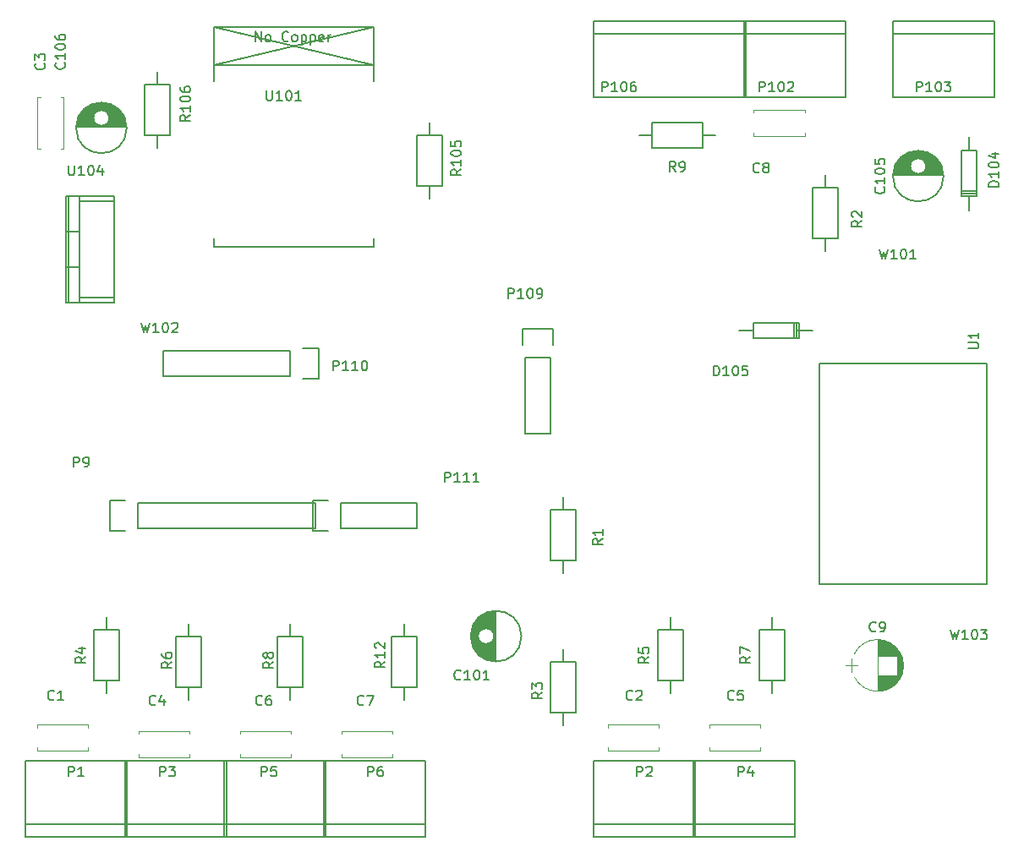
<source format=gbr>
G04 #@! TF.FileFunction,Legend,Top*
%FSLAX46Y46*%
G04 Gerber Fmt 4.6, Leading zero omitted, Abs format (unit mm)*
G04 Created by KiCad (PCBNEW 4.0.7-e2-6376~58~ubuntu16.04.1) date Fri Nov 17 11:26:19 2017*
%MOMM*%
%LPD*%
G01*
G04 APERTURE LIST*
%ADD10C,0.100000*%
%ADD11C,0.150000*%
%ADD12C,0.152400*%
%ADD13C,0.120000*%
G04 APERTURE END LIST*
D10*
D11*
X187198000Y-102108000D02*
X170434000Y-102108000D01*
X170434000Y-102108000D02*
X170434000Y-80010000D01*
X170434000Y-80010000D02*
X187198000Y-80010000D01*
X187198000Y-80010000D02*
X187198000Y-102108000D01*
X167980000Y-126140000D02*
X157820000Y-126140000D01*
X167980000Y-127410000D02*
X167980000Y-119790000D01*
X167980000Y-119790000D02*
X157820000Y-119790000D01*
X157820000Y-119790000D02*
X157820000Y-127410000D01*
X157820000Y-127410000D02*
X167980000Y-127410000D01*
X164465000Y-111760000D02*
X164465000Y-106680000D01*
X164465000Y-106680000D02*
X167005000Y-106680000D01*
X167005000Y-106680000D02*
X167005000Y-111760000D01*
X167005000Y-111760000D02*
X164465000Y-111760000D01*
X165735000Y-111760000D02*
X165735000Y-113030000D01*
X165735000Y-106680000D02*
X165735000Y-105410000D01*
X162920000Y-46960000D02*
X173080000Y-46960000D01*
X162920000Y-45690000D02*
X162920000Y-53310000D01*
X162920000Y-53310000D02*
X173080000Y-53310000D01*
X173080000Y-53310000D02*
X173080000Y-45690000D01*
X173080000Y-45690000D02*
X162920000Y-45690000D01*
X177845000Y-46985000D02*
X188005000Y-46985000D01*
X177845000Y-45715000D02*
X177845000Y-53335000D01*
X177845000Y-53335000D02*
X188005000Y-53335000D01*
X188005000Y-53335000D02*
X188005000Y-45715000D01*
X188005000Y-45715000D02*
X177845000Y-45715000D01*
X163120000Y-45715000D02*
X163120000Y-53335000D01*
X147880000Y-45715000D02*
X147880000Y-53335000D01*
X163120000Y-46985000D02*
X147880000Y-46985000D01*
X163120000Y-53335000D02*
X147880000Y-53335000D01*
X163120000Y-45715000D02*
X147880000Y-45715000D01*
X122555000Y-96520000D02*
X130175000Y-96520000D01*
X122555000Y-93980000D02*
X130175000Y-93980000D01*
X119735000Y-93700000D02*
X121285000Y-93700000D01*
X130175000Y-96520000D02*
X130175000Y-93980000D01*
X122555000Y-93980000D02*
X122555000Y-96520000D01*
X121285000Y-96800000D02*
X119735000Y-96800000D01*
X119735000Y-96800000D02*
X119735000Y-93700000D01*
X96393000Y-63754000D02*
X99822000Y-63754000D01*
X96393000Y-73406000D02*
X99822000Y-73406000D01*
X95250000Y-63246000D02*
X95250000Y-73914000D01*
X96266000Y-66802000D02*
X94996000Y-66802000D01*
X96266000Y-70358000D02*
X94996000Y-70358000D01*
X96393000Y-73914000D02*
X96393000Y-63246000D01*
X99822000Y-63246000D02*
X99822000Y-73914000D01*
X94996000Y-73914000D02*
X99822000Y-73914000D01*
X94996000Y-63246000D02*
X99822000Y-63246000D01*
X94996000Y-63246000D02*
X94996000Y-73914000D01*
D12*
X109800000Y-46300000D02*
X125800000Y-46300000D01*
X125800000Y-46300000D02*
X125800000Y-51700000D01*
X109800000Y-46300000D02*
X109800000Y-51700000D01*
X109800000Y-67500000D02*
X109800000Y-68300000D01*
X109800000Y-68300000D02*
X125800000Y-68300000D01*
X125800000Y-68300000D02*
X125800000Y-67500000D01*
X125800000Y-46300000D02*
X109800000Y-50100000D01*
X109800000Y-46300000D02*
X125800000Y-50100000D01*
X109792000Y-50100000D02*
X125792000Y-50100000D01*
D11*
X137990000Y-109814000D02*
X137990000Y-104816000D01*
X137850000Y-109806000D02*
X137850000Y-107469000D01*
X137850000Y-107161000D02*
X137850000Y-104824000D01*
X137710000Y-109790000D02*
X137710000Y-107788000D01*
X137710000Y-106842000D02*
X137710000Y-104840000D01*
X137570000Y-109766000D02*
X137570000Y-107935000D01*
X137570000Y-106695000D02*
X137570000Y-104864000D01*
X137430000Y-109733000D02*
X137430000Y-108027000D01*
X137430000Y-106603000D02*
X137430000Y-104897000D01*
X137290000Y-109692000D02*
X137290000Y-108083000D01*
X137290000Y-106547000D02*
X137290000Y-104938000D01*
X137150000Y-109642000D02*
X137150000Y-108110000D01*
X137150000Y-106520000D02*
X137150000Y-104988000D01*
X137010000Y-109581000D02*
X137010000Y-108113000D01*
X137010000Y-106517000D02*
X137010000Y-105049000D01*
X136870000Y-109511000D02*
X136870000Y-108091000D01*
X136870000Y-106539000D02*
X136870000Y-105119000D01*
X136730000Y-109429000D02*
X136730000Y-108041000D01*
X136730000Y-106589000D02*
X136730000Y-105201000D01*
X136590000Y-109334000D02*
X136590000Y-107959000D01*
X136590000Y-106671000D02*
X136590000Y-105296000D01*
X136450000Y-109223000D02*
X136450000Y-107827000D01*
X136450000Y-106803000D02*
X136450000Y-105407000D01*
X136310000Y-109095000D02*
X136310000Y-107580000D01*
X136310000Y-107050000D02*
X136310000Y-105535000D01*
X136170000Y-108946000D02*
X136170000Y-105684000D01*
X136030000Y-108767000D02*
X136030000Y-105863000D01*
X135890000Y-108548000D02*
X135890000Y-106082000D01*
X135750000Y-108259000D02*
X135750000Y-106371000D01*
X135610000Y-107787000D02*
X135610000Y-106843000D01*
X137865000Y-107315000D02*
G75*
G03X137865000Y-107315000I-800000J0D01*
G01*
X140602500Y-107315000D02*
G75*
G03X140602500Y-107315000I-2537500J0D01*
G01*
X177841000Y-61155000D02*
X182839000Y-61155000D01*
X177849000Y-61015000D02*
X180186000Y-61015000D01*
X180494000Y-61015000D02*
X182831000Y-61015000D01*
X177865000Y-60875000D02*
X179867000Y-60875000D01*
X180813000Y-60875000D02*
X182815000Y-60875000D01*
X177889000Y-60735000D02*
X179720000Y-60735000D01*
X180960000Y-60735000D02*
X182791000Y-60735000D01*
X177922000Y-60595000D02*
X179628000Y-60595000D01*
X181052000Y-60595000D02*
X182758000Y-60595000D01*
X177963000Y-60455000D02*
X179572000Y-60455000D01*
X181108000Y-60455000D02*
X182717000Y-60455000D01*
X178013000Y-60315000D02*
X179545000Y-60315000D01*
X181135000Y-60315000D02*
X182667000Y-60315000D01*
X178074000Y-60175000D02*
X179542000Y-60175000D01*
X181138000Y-60175000D02*
X182606000Y-60175000D01*
X178144000Y-60035000D02*
X179564000Y-60035000D01*
X181116000Y-60035000D02*
X182536000Y-60035000D01*
X178226000Y-59895000D02*
X179614000Y-59895000D01*
X181066000Y-59895000D02*
X182454000Y-59895000D01*
X178321000Y-59755000D02*
X179696000Y-59755000D01*
X180984000Y-59755000D02*
X182359000Y-59755000D01*
X178432000Y-59615000D02*
X179828000Y-59615000D01*
X180852000Y-59615000D02*
X182248000Y-59615000D01*
X178560000Y-59475000D02*
X180075000Y-59475000D01*
X180605000Y-59475000D02*
X182120000Y-59475000D01*
X178709000Y-59335000D02*
X181971000Y-59335000D01*
X178888000Y-59195000D02*
X181792000Y-59195000D01*
X179107000Y-59055000D02*
X181573000Y-59055000D01*
X179396000Y-58915000D02*
X181284000Y-58915000D01*
X179868000Y-58775000D02*
X180812000Y-58775000D01*
X181140000Y-60230000D02*
G75*
G03X181140000Y-60230000I-800000J0D01*
G01*
X182877500Y-61230000D02*
G75*
G03X182877500Y-61230000I-2537500J0D01*
G01*
X96053000Y-56329000D02*
X101051000Y-56329000D01*
X96061000Y-56189000D02*
X98398000Y-56189000D01*
X98706000Y-56189000D02*
X101043000Y-56189000D01*
X96077000Y-56049000D02*
X98079000Y-56049000D01*
X99025000Y-56049000D02*
X101027000Y-56049000D01*
X96101000Y-55909000D02*
X97932000Y-55909000D01*
X99172000Y-55909000D02*
X101003000Y-55909000D01*
X96134000Y-55769000D02*
X97840000Y-55769000D01*
X99264000Y-55769000D02*
X100970000Y-55769000D01*
X96175000Y-55629000D02*
X97784000Y-55629000D01*
X99320000Y-55629000D02*
X100929000Y-55629000D01*
X96225000Y-55489000D02*
X97757000Y-55489000D01*
X99347000Y-55489000D02*
X100879000Y-55489000D01*
X96286000Y-55349000D02*
X97754000Y-55349000D01*
X99350000Y-55349000D02*
X100818000Y-55349000D01*
X96356000Y-55209000D02*
X97776000Y-55209000D01*
X99328000Y-55209000D02*
X100748000Y-55209000D01*
X96438000Y-55069000D02*
X97826000Y-55069000D01*
X99278000Y-55069000D02*
X100666000Y-55069000D01*
X96533000Y-54929000D02*
X97908000Y-54929000D01*
X99196000Y-54929000D02*
X100571000Y-54929000D01*
X96644000Y-54789000D02*
X98040000Y-54789000D01*
X99064000Y-54789000D02*
X100460000Y-54789000D01*
X96772000Y-54649000D02*
X98287000Y-54649000D01*
X98817000Y-54649000D02*
X100332000Y-54649000D01*
X96921000Y-54509000D02*
X100183000Y-54509000D01*
X97100000Y-54369000D02*
X100004000Y-54369000D01*
X97319000Y-54229000D02*
X99785000Y-54229000D01*
X97608000Y-54089000D02*
X99496000Y-54089000D01*
X98080000Y-53949000D02*
X99024000Y-53949000D01*
X99352000Y-55404000D02*
G75*
G03X99352000Y-55404000I-800000J0D01*
G01*
X101089500Y-56404000D02*
G75*
G03X101089500Y-56404000I-2537500J0D01*
G01*
X185417460Y-58673480D02*
X185417460Y-57276480D01*
X185417460Y-63118480D02*
X185417460Y-64642480D01*
X184655460Y-62737480D02*
X186179460Y-62737480D01*
X184655460Y-62991480D02*
X186179460Y-62991480D01*
X185417460Y-63245480D02*
X186179460Y-63245480D01*
X186179460Y-63245480D02*
X186179460Y-58673480D01*
X186179460Y-58673480D02*
X184655460Y-58673480D01*
X184655460Y-58673480D02*
X184655460Y-63245480D01*
X184655460Y-63245480D02*
X185417460Y-63245480D01*
X163829480Y-76710540D02*
X162432480Y-76710540D01*
X168274480Y-76710540D02*
X169798480Y-76710540D01*
X167893480Y-77472540D02*
X167893480Y-75948540D01*
X168147480Y-77472540D02*
X168147480Y-75948540D01*
X168401480Y-76710540D02*
X168401480Y-75948540D01*
X168401480Y-75948540D02*
X163829480Y-75948540D01*
X163829480Y-75948540D02*
X163829480Y-77472540D01*
X163829480Y-77472540D02*
X168401480Y-77472540D01*
X168401480Y-77472540D02*
X168401480Y-76710540D01*
X101080000Y-126140000D02*
X90920000Y-126140000D01*
X101080000Y-127410000D02*
X101080000Y-119790000D01*
X101080000Y-119790000D02*
X90920000Y-119790000D01*
X90920000Y-119790000D02*
X90920000Y-127410000D01*
X90920000Y-127410000D02*
X101080000Y-127410000D01*
X157980000Y-126140000D02*
X147820000Y-126140000D01*
X157980000Y-127410000D02*
X157980000Y-119790000D01*
X157980000Y-119790000D02*
X147820000Y-119790000D01*
X147820000Y-119790000D02*
X147820000Y-127410000D01*
X147820000Y-127410000D02*
X157980000Y-127410000D01*
X111080000Y-126140000D02*
X100920000Y-126140000D01*
X111080000Y-127410000D02*
X111080000Y-119790000D01*
X111080000Y-119790000D02*
X100920000Y-119790000D01*
X100920000Y-119790000D02*
X100920000Y-127410000D01*
X100920000Y-127410000D02*
X111080000Y-127410000D01*
X120980000Y-126140000D02*
X110820000Y-126140000D01*
X120980000Y-127410000D02*
X120980000Y-119790000D01*
X120980000Y-119790000D02*
X110820000Y-119790000D01*
X110820000Y-119790000D02*
X110820000Y-127410000D01*
X110820000Y-127410000D02*
X120980000Y-127410000D01*
X130980000Y-126140000D02*
X120820000Y-126140000D01*
X130980000Y-127410000D02*
X130980000Y-119790000D01*
X130980000Y-119790000D02*
X120820000Y-119790000D01*
X120820000Y-119790000D02*
X120820000Y-127410000D01*
X120820000Y-127410000D02*
X130980000Y-127410000D01*
X102235000Y-93980000D02*
X120015000Y-93980000D01*
X120015000Y-93980000D02*
X120015000Y-96520000D01*
X120015000Y-96520000D02*
X102235000Y-96520000D01*
X99415000Y-93700000D02*
X100965000Y-93700000D01*
X102235000Y-93980000D02*
X102235000Y-96520000D01*
X100965000Y-96800000D02*
X99415000Y-96800000D01*
X99415000Y-96800000D02*
X99415000Y-93700000D01*
X140970000Y-79375000D02*
X140970000Y-86995000D01*
X143510000Y-79375000D02*
X143510000Y-86995000D01*
X143790000Y-76555000D02*
X143790000Y-78105000D01*
X140970000Y-86995000D02*
X143510000Y-86995000D01*
X143510000Y-79375000D02*
X140970000Y-79375000D01*
X140690000Y-78105000D02*
X140690000Y-76555000D01*
X140690000Y-76555000D02*
X143790000Y-76555000D01*
X117475000Y-81280000D02*
X104775000Y-81280000D01*
X104775000Y-81280000D02*
X104775000Y-78740000D01*
X104775000Y-78740000D02*
X117475000Y-78740000D01*
X120295000Y-81560000D02*
X118745000Y-81560000D01*
X117475000Y-81280000D02*
X117475000Y-78740000D01*
X118745000Y-78460000D02*
X120295000Y-78460000D01*
X120295000Y-78460000D02*
X120295000Y-81560000D01*
X146050000Y-94615000D02*
X146050000Y-99695000D01*
X146050000Y-99695000D02*
X143510000Y-99695000D01*
X143510000Y-99695000D02*
X143510000Y-94615000D01*
X143510000Y-94615000D02*
X146050000Y-94615000D01*
X144780000Y-94615000D02*
X144780000Y-93345000D01*
X144780000Y-99695000D02*
X144780000Y-100965000D01*
X169730000Y-67460000D02*
X169730000Y-62380000D01*
X169730000Y-62380000D02*
X172270000Y-62380000D01*
X172270000Y-62380000D02*
X172270000Y-67460000D01*
X172270000Y-67460000D02*
X169730000Y-67460000D01*
X171000000Y-67460000D02*
X171000000Y-68730000D01*
X171000000Y-62380000D02*
X171000000Y-61110000D01*
X146050000Y-109855000D02*
X146050000Y-114935000D01*
X146050000Y-114935000D02*
X143510000Y-114935000D01*
X143510000Y-114935000D02*
X143510000Y-109855000D01*
X143510000Y-109855000D02*
X146050000Y-109855000D01*
X144780000Y-109855000D02*
X144780000Y-108585000D01*
X144780000Y-114935000D02*
X144780000Y-116205000D01*
X154305000Y-111760000D02*
X154305000Y-106680000D01*
X154305000Y-106680000D02*
X156845000Y-106680000D01*
X156845000Y-106680000D02*
X156845000Y-111760000D01*
X156845000Y-111760000D02*
X154305000Y-111760000D01*
X155575000Y-111760000D02*
X155575000Y-113030000D01*
X155575000Y-106680000D02*
X155575000Y-105410000D01*
X106045000Y-112395000D02*
X106045000Y-107315000D01*
X106045000Y-107315000D02*
X108585000Y-107315000D01*
X108585000Y-107315000D02*
X108585000Y-112395000D01*
X108585000Y-112395000D02*
X106045000Y-112395000D01*
X107315000Y-112395000D02*
X107315000Y-113665000D01*
X107315000Y-107315000D02*
X107315000Y-106045000D01*
X116205000Y-112395000D02*
X116205000Y-107315000D01*
X116205000Y-107315000D02*
X118745000Y-107315000D01*
X118745000Y-107315000D02*
X118745000Y-112395000D01*
X118745000Y-112395000D02*
X116205000Y-112395000D01*
X117475000Y-112395000D02*
X117475000Y-113665000D01*
X117475000Y-107315000D02*
X117475000Y-106045000D01*
X153670000Y-55880000D02*
X158750000Y-55880000D01*
X158750000Y-55880000D02*
X158750000Y-58420000D01*
X158750000Y-58420000D02*
X153670000Y-58420000D01*
X153670000Y-58420000D02*
X153670000Y-55880000D01*
X153670000Y-57150000D02*
X152400000Y-57150000D01*
X158750000Y-57150000D02*
X160020000Y-57150000D01*
X130175000Y-62230000D02*
X130175000Y-57150000D01*
X130175000Y-57150000D02*
X132715000Y-57150000D01*
X132715000Y-57150000D02*
X132715000Y-62230000D01*
X132715000Y-62230000D02*
X130175000Y-62230000D01*
X131445000Y-62230000D02*
X131445000Y-63500000D01*
X131445000Y-57150000D02*
X131445000Y-55880000D01*
X102870000Y-57150000D02*
X102870000Y-52070000D01*
X102870000Y-52070000D02*
X105410000Y-52070000D01*
X105410000Y-52070000D02*
X105410000Y-57150000D01*
X105410000Y-57150000D02*
X102870000Y-57150000D01*
X104140000Y-57150000D02*
X104140000Y-58420000D01*
X104140000Y-52070000D02*
X104140000Y-50800000D01*
X97790000Y-111760000D02*
X97790000Y-106680000D01*
X97790000Y-106680000D02*
X100330000Y-106680000D01*
X100330000Y-106680000D02*
X100330000Y-111760000D01*
X100330000Y-111760000D02*
X97790000Y-111760000D01*
X99060000Y-111760000D02*
X99060000Y-113030000D01*
X99060000Y-106680000D02*
X99060000Y-105410000D01*
X127635000Y-112395000D02*
X127635000Y-107315000D01*
X127635000Y-107315000D02*
X130175000Y-107315000D01*
X130175000Y-107315000D02*
X130175000Y-112395000D01*
X130175000Y-112395000D02*
X127635000Y-112395000D01*
X128905000Y-112395000D02*
X128905000Y-113665000D01*
X128905000Y-107315000D02*
X128905000Y-106045000D01*
D13*
X97215000Y-118785000D02*
X92095000Y-118785000D01*
X97215000Y-116165000D02*
X92095000Y-116165000D01*
X97215000Y-118785000D02*
X97215000Y-118471000D01*
X97215000Y-116479000D02*
X97215000Y-116165000D01*
X92095000Y-118785000D02*
X92095000Y-118471000D01*
X92095000Y-116479000D02*
X92095000Y-116165000D01*
X154365000Y-118785000D02*
X149245000Y-118785000D01*
X154365000Y-116165000D02*
X149245000Y-116165000D01*
X154365000Y-118785000D02*
X154365000Y-118471000D01*
X154365000Y-116479000D02*
X154365000Y-116165000D01*
X149245000Y-118785000D02*
X149245000Y-118471000D01*
X149245000Y-116479000D02*
X149245000Y-116165000D01*
X92162000Y-58480000D02*
X92162000Y-53360000D01*
X94782000Y-58480000D02*
X94782000Y-53360000D01*
X92162000Y-58480000D02*
X92476000Y-58480000D01*
X94468000Y-58480000D02*
X94782000Y-58480000D01*
X92162000Y-53360000D02*
X92476000Y-53360000D01*
X94468000Y-53360000D02*
X94782000Y-53360000D01*
X107375000Y-119420000D02*
X102255000Y-119420000D01*
X107375000Y-116800000D02*
X102255000Y-116800000D01*
X107375000Y-119420000D02*
X107375000Y-119106000D01*
X107375000Y-117114000D02*
X107375000Y-116800000D01*
X102255000Y-119420000D02*
X102255000Y-119106000D01*
X102255000Y-117114000D02*
X102255000Y-116800000D01*
X164525000Y-118785000D02*
X159405000Y-118785000D01*
X164525000Y-116165000D02*
X159405000Y-116165000D01*
X164525000Y-118785000D02*
X164525000Y-118471000D01*
X164525000Y-116479000D02*
X164525000Y-116165000D01*
X159405000Y-118785000D02*
X159405000Y-118471000D01*
X159405000Y-116479000D02*
X159405000Y-116165000D01*
X117535000Y-119420000D02*
X112415000Y-119420000D01*
X117535000Y-116800000D02*
X112415000Y-116800000D01*
X117535000Y-119420000D02*
X117535000Y-119106000D01*
X117535000Y-117114000D02*
X117535000Y-116800000D01*
X112415000Y-119420000D02*
X112415000Y-119106000D01*
X112415000Y-117114000D02*
X112415000Y-116800000D01*
X127695000Y-119420000D02*
X122575000Y-119420000D01*
X127695000Y-116800000D02*
X122575000Y-116800000D01*
X127695000Y-119420000D02*
X127695000Y-119106000D01*
X127695000Y-117114000D02*
X127695000Y-116800000D01*
X122575000Y-119420000D02*
X122575000Y-119106000D01*
X122575000Y-117114000D02*
X122575000Y-116800000D01*
X168970000Y-57190000D02*
X163850000Y-57190000D01*
X168970000Y-54570000D02*
X163850000Y-54570000D01*
X168970000Y-57190000D02*
X168970000Y-56876000D01*
X168970000Y-54884000D02*
X168970000Y-54570000D01*
X163850000Y-57190000D02*
X163850000Y-56876000D01*
X163850000Y-54884000D02*
X163850000Y-54570000D01*
X178565722Y-109056277D02*
G75*
G03X173954420Y-109056000I-2305722J-1179723D01*
G01*
X178565722Y-111415723D02*
G75*
G02X173954420Y-111416000I-2305722J1179723D01*
G01*
X178565722Y-111415723D02*
G75*
G03X178565580Y-109056000I-2305722J1179723D01*
G01*
X176260000Y-107686000D02*
X176260000Y-112786000D01*
X176300000Y-107686000D02*
X176300000Y-109256000D01*
X176300000Y-111216000D02*
X176300000Y-112786000D01*
X176340000Y-107687000D02*
X176340000Y-109256000D01*
X176340000Y-111216000D02*
X176340000Y-112785000D01*
X176380000Y-107688000D02*
X176380000Y-109256000D01*
X176380000Y-111216000D02*
X176380000Y-112784000D01*
X176420000Y-107690000D02*
X176420000Y-109256000D01*
X176420000Y-111216000D02*
X176420000Y-112782000D01*
X176460000Y-107693000D02*
X176460000Y-109256000D01*
X176460000Y-111216000D02*
X176460000Y-112779000D01*
X176500000Y-107697000D02*
X176500000Y-109256000D01*
X176500000Y-111216000D02*
X176500000Y-112775000D01*
X176540000Y-107701000D02*
X176540000Y-109256000D01*
X176540000Y-111216000D02*
X176540000Y-112771000D01*
X176580000Y-107705000D02*
X176580000Y-109256000D01*
X176580000Y-111216000D02*
X176580000Y-112767000D01*
X176620000Y-107711000D02*
X176620000Y-109256000D01*
X176620000Y-111216000D02*
X176620000Y-112761000D01*
X176660000Y-107717000D02*
X176660000Y-109256000D01*
X176660000Y-111216000D02*
X176660000Y-112755000D01*
X176700000Y-107723000D02*
X176700000Y-109256000D01*
X176700000Y-111216000D02*
X176700000Y-112749000D01*
X176740000Y-107730000D02*
X176740000Y-109256000D01*
X176740000Y-111216000D02*
X176740000Y-112742000D01*
X176780000Y-107738000D02*
X176780000Y-109256000D01*
X176780000Y-111216000D02*
X176780000Y-112734000D01*
X176820000Y-107747000D02*
X176820000Y-109256000D01*
X176820000Y-111216000D02*
X176820000Y-112725000D01*
X176860000Y-107756000D02*
X176860000Y-109256000D01*
X176860000Y-111216000D02*
X176860000Y-112716000D01*
X176900000Y-107766000D02*
X176900000Y-109256000D01*
X176900000Y-111216000D02*
X176900000Y-112706000D01*
X176940000Y-107776000D02*
X176940000Y-109256000D01*
X176940000Y-111216000D02*
X176940000Y-112696000D01*
X176981000Y-107788000D02*
X176981000Y-109256000D01*
X176981000Y-111216000D02*
X176981000Y-112684000D01*
X177021000Y-107800000D02*
X177021000Y-109256000D01*
X177021000Y-111216000D02*
X177021000Y-112672000D01*
X177061000Y-107812000D02*
X177061000Y-109256000D01*
X177061000Y-111216000D02*
X177061000Y-112660000D01*
X177101000Y-107826000D02*
X177101000Y-109256000D01*
X177101000Y-111216000D02*
X177101000Y-112646000D01*
X177141000Y-107840000D02*
X177141000Y-109256000D01*
X177141000Y-111216000D02*
X177141000Y-112632000D01*
X177181000Y-107854000D02*
X177181000Y-109256000D01*
X177181000Y-111216000D02*
X177181000Y-112618000D01*
X177221000Y-107870000D02*
X177221000Y-109256000D01*
X177221000Y-111216000D02*
X177221000Y-112602000D01*
X177261000Y-107886000D02*
X177261000Y-109256000D01*
X177261000Y-111216000D02*
X177261000Y-112586000D01*
X177301000Y-107903000D02*
X177301000Y-109256000D01*
X177301000Y-111216000D02*
X177301000Y-112569000D01*
X177341000Y-107921000D02*
X177341000Y-109256000D01*
X177341000Y-111216000D02*
X177341000Y-112551000D01*
X177381000Y-107940000D02*
X177381000Y-109256000D01*
X177381000Y-111216000D02*
X177381000Y-112532000D01*
X177421000Y-107960000D02*
X177421000Y-109256000D01*
X177421000Y-111216000D02*
X177421000Y-112512000D01*
X177461000Y-107980000D02*
X177461000Y-109256000D01*
X177461000Y-111216000D02*
X177461000Y-112492000D01*
X177501000Y-108002000D02*
X177501000Y-109256000D01*
X177501000Y-111216000D02*
X177501000Y-112470000D01*
X177541000Y-108024000D02*
X177541000Y-109256000D01*
X177541000Y-111216000D02*
X177541000Y-112448000D01*
X177581000Y-108047000D02*
X177581000Y-109256000D01*
X177581000Y-111216000D02*
X177581000Y-112425000D01*
X177621000Y-108071000D02*
X177621000Y-109256000D01*
X177621000Y-111216000D02*
X177621000Y-112401000D01*
X177661000Y-108096000D02*
X177661000Y-109256000D01*
X177661000Y-111216000D02*
X177661000Y-112376000D01*
X177701000Y-108123000D02*
X177701000Y-109256000D01*
X177701000Y-111216000D02*
X177701000Y-112349000D01*
X177741000Y-108150000D02*
X177741000Y-109256000D01*
X177741000Y-111216000D02*
X177741000Y-112322000D01*
X177781000Y-108178000D02*
X177781000Y-109256000D01*
X177781000Y-111216000D02*
X177781000Y-112294000D01*
X177821000Y-108208000D02*
X177821000Y-109256000D01*
X177821000Y-111216000D02*
X177821000Y-112264000D01*
X177861000Y-108239000D02*
X177861000Y-109256000D01*
X177861000Y-111216000D02*
X177861000Y-112233000D01*
X177901000Y-108271000D02*
X177901000Y-109256000D01*
X177901000Y-111216000D02*
X177901000Y-112201000D01*
X177941000Y-108304000D02*
X177941000Y-109256000D01*
X177941000Y-111216000D02*
X177941000Y-112168000D01*
X177981000Y-108339000D02*
X177981000Y-109256000D01*
X177981000Y-111216000D02*
X177981000Y-112133000D01*
X178021000Y-108375000D02*
X178021000Y-109256000D01*
X178021000Y-111216000D02*
X178021000Y-112097000D01*
X178061000Y-108413000D02*
X178061000Y-109256000D01*
X178061000Y-111216000D02*
X178061000Y-112059000D01*
X178101000Y-108453000D02*
X178101000Y-109256000D01*
X178101000Y-111216000D02*
X178101000Y-112019000D01*
X178141000Y-108494000D02*
X178141000Y-109256000D01*
X178141000Y-111216000D02*
X178141000Y-111978000D01*
X178181000Y-108537000D02*
X178181000Y-109256000D01*
X178181000Y-111216000D02*
X178181000Y-111935000D01*
X178221000Y-108582000D02*
X178221000Y-109256000D01*
X178221000Y-111216000D02*
X178221000Y-111890000D01*
X178261000Y-108630000D02*
X178261000Y-111842000D01*
X178301000Y-108680000D02*
X178301000Y-111792000D01*
X178341000Y-108732000D02*
X178341000Y-111740000D01*
X178381000Y-108788000D02*
X178381000Y-111684000D01*
X178421000Y-108846000D02*
X178421000Y-111626000D01*
X178461000Y-108909000D02*
X178461000Y-111563000D01*
X178501000Y-108975000D02*
X178501000Y-111497000D01*
X178541000Y-109047000D02*
X178541000Y-111425000D01*
X178581000Y-109124000D02*
X178581000Y-111348000D01*
X178621000Y-109208000D02*
X178621000Y-111264000D01*
X178661000Y-109302000D02*
X178661000Y-111170000D01*
X178701000Y-109407000D02*
X178701000Y-111065000D01*
X178741000Y-109529000D02*
X178741000Y-110943000D01*
X178781000Y-109677000D02*
X178781000Y-110795000D01*
X178821000Y-109882000D02*
X178821000Y-110590000D01*
X173060000Y-110236000D02*
X174260000Y-110236000D01*
X173660000Y-109586000D02*
X173660000Y-110886000D01*
D11*
X185380381Y-78485905D02*
X186189905Y-78485905D01*
X186285143Y-78438286D01*
X186332762Y-78390667D01*
X186380381Y-78295429D01*
X186380381Y-78104952D01*
X186332762Y-78009714D01*
X186285143Y-77962095D01*
X186189905Y-77914476D01*
X185380381Y-77914476D01*
X186380381Y-76914476D02*
X186380381Y-77485905D01*
X186380381Y-77200191D02*
X185380381Y-77200191D01*
X185523238Y-77295429D01*
X185618476Y-77390667D01*
X185666095Y-77485905D01*
X162329905Y-121356381D02*
X162329905Y-120356381D01*
X162710858Y-120356381D01*
X162806096Y-120404000D01*
X162853715Y-120451619D01*
X162901334Y-120546857D01*
X162901334Y-120689714D01*
X162853715Y-120784952D01*
X162806096Y-120832571D01*
X162710858Y-120880190D01*
X162329905Y-120880190D01*
X163758477Y-120689714D02*
X163758477Y-121356381D01*
X163520381Y-120308762D02*
X163282286Y-121023048D01*
X163901334Y-121023048D01*
X163520381Y-109386666D02*
X163044190Y-109720000D01*
X163520381Y-109958095D02*
X162520381Y-109958095D01*
X162520381Y-109577142D01*
X162568000Y-109481904D01*
X162615619Y-109434285D01*
X162710857Y-109386666D01*
X162853714Y-109386666D01*
X162948952Y-109434285D01*
X162996571Y-109481904D01*
X163044190Y-109577142D01*
X163044190Y-109958095D01*
X162520381Y-109053333D02*
X162520381Y-108386666D01*
X163520381Y-108815238D01*
X164425524Y-52776381D02*
X164425524Y-51776381D01*
X164806477Y-51776381D01*
X164901715Y-51824000D01*
X164949334Y-51871619D01*
X164996953Y-51966857D01*
X164996953Y-52109714D01*
X164949334Y-52204952D01*
X164901715Y-52252571D01*
X164806477Y-52300190D01*
X164425524Y-52300190D01*
X165949334Y-52776381D02*
X165377905Y-52776381D01*
X165663619Y-52776381D02*
X165663619Y-51776381D01*
X165568381Y-51919238D01*
X165473143Y-52014476D01*
X165377905Y-52062095D01*
X166568381Y-51776381D02*
X166663620Y-51776381D01*
X166758858Y-51824000D01*
X166806477Y-51871619D01*
X166854096Y-51966857D01*
X166901715Y-52157333D01*
X166901715Y-52395429D01*
X166854096Y-52585905D01*
X166806477Y-52681143D01*
X166758858Y-52728762D01*
X166663620Y-52776381D01*
X166568381Y-52776381D01*
X166473143Y-52728762D01*
X166425524Y-52681143D01*
X166377905Y-52585905D01*
X166330286Y-52395429D01*
X166330286Y-52157333D01*
X166377905Y-51966857D01*
X166425524Y-51871619D01*
X166473143Y-51824000D01*
X166568381Y-51776381D01*
X167282667Y-51871619D02*
X167330286Y-51824000D01*
X167425524Y-51776381D01*
X167663620Y-51776381D01*
X167758858Y-51824000D01*
X167806477Y-51871619D01*
X167854096Y-51966857D01*
X167854096Y-52062095D01*
X167806477Y-52204952D01*
X167235048Y-52776381D01*
X167854096Y-52776381D01*
X180173524Y-52776381D02*
X180173524Y-51776381D01*
X180554477Y-51776381D01*
X180649715Y-51824000D01*
X180697334Y-51871619D01*
X180744953Y-51966857D01*
X180744953Y-52109714D01*
X180697334Y-52204952D01*
X180649715Y-52252571D01*
X180554477Y-52300190D01*
X180173524Y-52300190D01*
X181697334Y-52776381D02*
X181125905Y-52776381D01*
X181411619Y-52776381D02*
X181411619Y-51776381D01*
X181316381Y-51919238D01*
X181221143Y-52014476D01*
X181125905Y-52062095D01*
X182316381Y-51776381D02*
X182411620Y-51776381D01*
X182506858Y-51824000D01*
X182554477Y-51871619D01*
X182602096Y-51966857D01*
X182649715Y-52157333D01*
X182649715Y-52395429D01*
X182602096Y-52585905D01*
X182554477Y-52681143D01*
X182506858Y-52728762D01*
X182411620Y-52776381D01*
X182316381Y-52776381D01*
X182221143Y-52728762D01*
X182173524Y-52681143D01*
X182125905Y-52585905D01*
X182078286Y-52395429D01*
X182078286Y-52157333D01*
X182125905Y-51966857D01*
X182173524Y-51871619D01*
X182221143Y-51824000D01*
X182316381Y-51776381D01*
X182983048Y-51776381D02*
X183602096Y-51776381D01*
X183268762Y-52157333D01*
X183411620Y-52157333D01*
X183506858Y-52204952D01*
X183554477Y-52252571D01*
X183602096Y-52347810D01*
X183602096Y-52585905D01*
X183554477Y-52681143D01*
X183506858Y-52728762D01*
X183411620Y-52776381D01*
X183125905Y-52776381D01*
X183030667Y-52728762D01*
X182983048Y-52681143D01*
X148677524Y-52776381D02*
X148677524Y-51776381D01*
X149058477Y-51776381D01*
X149153715Y-51824000D01*
X149201334Y-51871619D01*
X149248953Y-51966857D01*
X149248953Y-52109714D01*
X149201334Y-52204952D01*
X149153715Y-52252571D01*
X149058477Y-52300190D01*
X148677524Y-52300190D01*
X150201334Y-52776381D02*
X149629905Y-52776381D01*
X149915619Y-52776381D02*
X149915619Y-51776381D01*
X149820381Y-51919238D01*
X149725143Y-52014476D01*
X149629905Y-52062095D01*
X150820381Y-51776381D02*
X150915620Y-51776381D01*
X151010858Y-51824000D01*
X151058477Y-51871619D01*
X151106096Y-51966857D01*
X151153715Y-52157333D01*
X151153715Y-52395429D01*
X151106096Y-52585905D01*
X151058477Y-52681143D01*
X151010858Y-52728762D01*
X150915620Y-52776381D01*
X150820381Y-52776381D01*
X150725143Y-52728762D01*
X150677524Y-52681143D01*
X150629905Y-52585905D01*
X150582286Y-52395429D01*
X150582286Y-52157333D01*
X150629905Y-51966857D01*
X150677524Y-51871619D01*
X150725143Y-51824000D01*
X150820381Y-51776381D01*
X152010858Y-51776381D02*
X151820381Y-51776381D01*
X151725143Y-51824000D01*
X151677524Y-51871619D01*
X151582286Y-52014476D01*
X151534667Y-52204952D01*
X151534667Y-52585905D01*
X151582286Y-52681143D01*
X151629905Y-52728762D01*
X151725143Y-52776381D01*
X151915620Y-52776381D01*
X152010858Y-52728762D01*
X152058477Y-52681143D01*
X152106096Y-52585905D01*
X152106096Y-52347810D01*
X152058477Y-52252571D01*
X152010858Y-52204952D01*
X151915620Y-52157333D01*
X151725143Y-52157333D01*
X151629905Y-52204952D01*
X151582286Y-52252571D01*
X151534667Y-52347810D01*
X132929524Y-91892381D02*
X132929524Y-90892381D01*
X133310477Y-90892381D01*
X133405715Y-90940000D01*
X133453334Y-90987619D01*
X133500953Y-91082857D01*
X133500953Y-91225714D01*
X133453334Y-91320952D01*
X133405715Y-91368571D01*
X133310477Y-91416190D01*
X132929524Y-91416190D01*
X134453334Y-91892381D02*
X133881905Y-91892381D01*
X134167619Y-91892381D02*
X134167619Y-90892381D01*
X134072381Y-91035238D01*
X133977143Y-91130476D01*
X133881905Y-91178095D01*
X135405715Y-91892381D02*
X134834286Y-91892381D01*
X135120000Y-91892381D02*
X135120000Y-90892381D01*
X135024762Y-91035238D01*
X134929524Y-91130476D01*
X134834286Y-91178095D01*
X136358096Y-91892381D02*
X135786667Y-91892381D01*
X136072381Y-91892381D02*
X136072381Y-90892381D01*
X135977143Y-91035238D01*
X135881905Y-91130476D01*
X135786667Y-91178095D01*
X95273714Y-60148381D02*
X95273714Y-60957905D01*
X95321333Y-61053143D01*
X95368952Y-61100762D01*
X95464190Y-61148381D01*
X95654667Y-61148381D01*
X95749905Y-61100762D01*
X95797524Y-61053143D01*
X95845143Y-60957905D01*
X95845143Y-60148381D01*
X96845143Y-61148381D02*
X96273714Y-61148381D01*
X96559428Y-61148381D02*
X96559428Y-60148381D01*
X96464190Y-60291238D01*
X96368952Y-60386476D01*
X96273714Y-60434095D01*
X97464190Y-60148381D02*
X97559429Y-60148381D01*
X97654667Y-60196000D01*
X97702286Y-60243619D01*
X97749905Y-60338857D01*
X97797524Y-60529333D01*
X97797524Y-60767429D01*
X97749905Y-60957905D01*
X97702286Y-61053143D01*
X97654667Y-61100762D01*
X97559429Y-61148381D01*
X97464190Y-61148381D01*
X97368952Y-61100762D01*
X97321333Y-61053143D01*
X97273714Y-60957905D01*
X97226095Y-60767429D01*
X97226095Y-60529333D01*
X97273714Y-60338857D01*
X97321333Y-60243619D01*
X97368952Y-60196000D01*
X97464190Y-60148381D01*
X98654667Y-60481714D02*
X98654667Y-61148381D01*
X98416571Y-60100762D02*
X98178476Y-60815048D01*
X98797524Y-60815048D01*
X115085714Y-52652381D02*
X115085714Y-53461905D01*
X115133333Y-53557143D01*
X115180952Y-53604762D01*
X115276190Y-53652381D01*
X115466667Y-53652381D01*
X115561905Y-53604762D01*
X115609524Y-53557143D01*
X115657143Y-53461905D01*
X115657143Y-52652381D01*
X116657143Y-53652381D02*
X116085714Y-53652381D01*
X116371428Y-53652381D02*
X116371428Y-52652381D01*
X116276190Y-52795238D01*
X116180952Y-52890476D01*
X116085714Y-52938095D01*
X117276190Y-52652381D02*
X117371429Y-52652381D01*
X117466667Y-52700000D01*
X117514286Y-52747619D01*
X117561905Y-52842857D01*
X117609524Y-53033333D01*
X117609524Y-53271429D01*
X117561905Y-53461905D01*
X117514286Y-53557143D01*
X117466667Y-53604762D01*
X117371429Y-53652381D01*
X117276190Y-53652381D01*
X117180952Y-53604762D01*
X117133333Y-53557143D01*
X117085714Y-53461905D01*
X117038095Y-53271429D01*
X117038095Y-53033333D01*
X117085714Y-52842857D01*
X117133333Y-52747619D01*
X117180952Y-52700000D01*
X117276190Y-52652381D01*
X118561905Y-53652381D02*
X117990476Y-53652381D01*
X118276190Y-53652381D02*
X118276190Y-52652381D01*
X118180952Y-52795238D01*
X118085714Y-52890476D01*
X117990476Y-52938095D01*
X113977714Y-47752381D02*
X113977714Y-46752381D01*
X114549143Y-47752381D01*
X114549143Y-46752381D01*
X115168190Y-47752381D02*
X115072952Y-47704762D01*
X115025333Y-47657143D01*
X114977714Y-47561905D01*
X114977714Y-47276190D01*
X115025333Y-47180952D01*
X115072952Y-47133333D01*
X115168190Y-47085714D01*
X115311048Y-47085714D01*
X115406286Y-47133333D01*
X115453905Y-47180952D01*
X115501524Y-47276190D01*
X115501524Y-47561905D01*
X115453905Y-47657143D01*
X115406286Y-47704762D01*
X115311048Y-47752381D01*
X115168190Y-47752381D01*
X117263429Y-47657143D02*
X117215810Y-47704762D01*
X117072953Y-47752381D01*
X116977715Y-47752381D01*
X116834857Y-47704762D01*
X116739619Y-47609524D01*
X116692000Y-47514286D01*
X116644381Y-47323810D01*
X116644381Y-47180952D01*
X116692000Y-46990476D01*
X116739619Y-46895238D01*
X116834857Y-46800000D01*
X116977715Y-46752381D01*
X117072953Y-46752381D01*
X117215810Y-46800000D01*
X117263429Y-46847619D01*
X117834857Y-47752381D02*
X117739619Y-47704762D01*
X117692000Y-47657143D01*
X117644381Y-47561905D01*
X117644381Y-47276190D01*
X117692000Y-47180952D01*
X117739619Y-47133333D01*
X117834857Y-47085714D01*
X117977715Y-47085714D01*
X118072953Y-47133333D01*
X118120572Y-47180952D01*
X118168191Y-47276190D01*
X118168191Y-47561905D01*
X118120572Y-47657143D01*
X118072953Y-47704762D01*
X117977715Y-47752381D01*
X117834857Y-47752381D01*
X118596762Y-47085714D02*
X118596762Y-48085714D01*
X118596762Y-47133333D02*
X118692000Y-47085714D01*
X118882477Y-47085714D01*
X118977715Y-47133333D01*
X119025334Y-47180952D01*
X119072953Y-47276190D01*
X119072953Y-47561905D01*
X119025334Y-47657143D01*
X118977715Y-47704762D01*
X118882477Y-47752381D01*
X118692000Y-47752381D01*
X118596762Y-47704762D01*
X119501524Y-47085714D02*
X119501524Y-48085714D01*
X119501524Y-47133333D02*
X119596762Y-47085714D01*
X119787239Y-47085714D01*
X119882477Y-47133333D01*
X119930096Y-47180952D01*
X119977715Y-47276190D01*
X119977715Y-47561905D01*
X119930096Y-47657143D01*
X119882477Y-47704762D01*
X119787239Y-47752381D01*
X119596762Y-47752381D01*
X119501524Y-47704762D01*
X120787239Y-47704762D02*
X120692001Y-47752381D01*
X120501524Y-47752381D01*
X120406286Y-47704762D01*
X120358667Y-47609524D01*
X120358667Y-47228571D01*
X120406286Y-47133333D01*
X120501524Y-47085714D01*
X120692001Y-47085714D01*
X120787239Y-47133333D01*
X120834858Y-47228571D01*
X120834858Y-47323810D01*
X120358667Y-47419048D01*
X121263429Y-47752381D02*
X121263429Y-47085714D01*
X121263429Y-47276190D02*
X121311048Y-47180952D01*
X121358667Y-47133333D01*
X121453905Y-47085714D01*
X121549144Y-47085714D01*
X134516953Y-111609143D02*
X134469334Y-111656762D01*
X134326477Y-111704381D01*
X134231239Y-111704381D01*
X134088381Y-111656762D01*
X133993143Y-111561524D01*
X133945524Y-111466286D01*
X133897905Y-111275810D01*
X133897905Y-111132952D01*
X133945524Y-110942476D01*
X133993143Y-110847238D01*
X134088381Y-110752000D01*
X134231239Y-110704381D01*
X134326477Y-110704381D01*
X134469334Y-110752000D01*
X134516953Y-110799619D01*
X135469334Y-111704381D02*
X134897905Y-111704381D01*
X135183619Y-111704381D02*
X135183619Y-110704381D01*
X135088381Y-110847238D01*
X134993143Y-110942476D01*
X134897905Y-110990095D01*
X136088381Y-110704381D02*
X136183620Y-110704381D01*
X136278858Y-110752000D01*
X136326477Y-110799619D01*
X136374096Y-110894857D01*
X136421715Y-111085333D01*
X136421715Y-111323429D01*
X136374096Y-111513905D01*
X136326477Y-111609143D01*
X136278858Y-111656762D01*
X136183620Y-111704381D01*
X136088381Y-111704381D01*
X135993143Y-111656762D01*
X135945524Y-111609143D01*
X135897905Y-111513905D01*
X135850286Y-111323429D01*
X135850286Y-111085333D01*
X135897905Y-110894857D01*
X135945524Y-110799619D01*
X135993143Y-110752000D01*
X136088381Y-110704381D01*
X137374096Y-111704381D02*
X136802667Y-111704381D01*
X137088381Y-111704381D02*
X137088381Y-110704381D01*
X136993143Y-110847238D01*
X136897905Y-110942476D01*
X136802667Y-110990095D01*
X176897143Y-62349047D02*
X176944762Y-62396666D01*
X176992381Y-62539523D01*
X176992381Y-62634761D01*
X176944762Y-62777619D01*
X176849524Y-62872857D01*
X176754286Y-62920476D01*
X176563810Y-62968095D01*
X176420952Y-62968095D01*
X176230476Y-62920476D01*
X176135238Y-62872857D01*
X176040000Y-62777619D01*
X175992381Y-62634761D01*
X175992381Y-62539523D01*
X176040000Y-62396666D01*
X176087619Y-62349047D01*
X176992381Y-61396666D02*
X176992381Y-61968095D01*
X176992381Y-61682381D02*
X175992381Y-61682381D01*
X176135238Y-61777619D01*
X176230476Y-61872857D01*
X176278095Y-61968095D01*
X175992381Y-60777619D02*
X175992381Y-60682380D01*
X176040000Y-60587142D01*
X176087619Y-60539523D01*
X176182857Y-60491904D01*
X176373333Y-60444285D01*
X176611429Y-60444285D01*
X176801905Y-60491904D01*
X176897143Y-60539523D01*
X176944762Y-60587142D01*
X176992381Y-60682380D01*
X176992381Y-60777619D01*
X176944762Y-60872857D01*
X176897143Y-60920476D01*
X176801905Y-60968095D01*
X176611429Y-61015714D01*
X176373333Y-61015714D01*
X176182857Y-60968095D01*
X176087619Y-60920476D01*
X176040000Y-60872857D01*
X175992381Y-60777619D01*
X175992381Y-59539523D02*
X175992381Y-60015714D01*
X176468571Y-60063333D01*
X176420952Y-60015714D01*
X176373333Y-59920476D01*
X176373333Y-59682380D01*
X176420952Y-59587142D01*
X176468571Y-59539523D01*
X176563810Y-59491904D01*
X176801905Y-59491904D01*
X176897143Y-59539523D01*
X176944762Y-59587142D01*
X176992381Y-59682380D01*
X176992381Y-59920476D01*
X176944762Y-60015714D01*
X176897143Y-60063333D01*
X94845143Y-49887047D02*
X94892762Y-49934666D01*
X94940381Y-50077523D01*
X94940381Y-50172761D01*
X94892762Y-50315619D01*
X94797524Y-50410857D01*
X94702286Y-50458476D01*
X94511810Y-50506095D01*
X94368952Y-50506095D01*
X94178476Y-50458476D01*
X94083238Y-50410857D01*
X93988000Y-50315619D01*
X93940381Y-50172761D01*
X93940381Y-50077523D01*
X93988000Y-49934666D01*
X94035619Y-49887047D01*
X94940381Y-48934666D02*
X94940381Y-49506095D01*
X94940381Y-49220381D02*
X93940381Y-49220381D01*
X94083238Y-49315619D01*
X94178476Y-49410857D01*
X94226095Y-49506095D01*
X93940381Y-48315619D02*
X93940381Y-48220380D01*
X93988000Y-48125142D01*
X94035619Y-48077523D01*
X94130857Y-48029904D01*
X94321333Y-47982285D01*
X94559429Y-47982285D01*
X94749905Y-48029904D01*
X94845143Y-48077523D01*
X94892762Y-48125142D01*
X94940381Y-48220380D01*
X94940381Y-48315619D01*
X94892762Y-48410857D01*
X94845143Y-48458476D01*
X94749905Y-48506095D01*
X94559429Y-48553714D01*
X94321333Y-48553714D01*
X94130857Y-48506095D01*
X94035619Y-48458476D01*
X93988000Y-48410857D01*
X93940381Y-48315619D01*
X93940381Y-47125142D02*
X93940381Y-47315619D01*
X93988000Y-47410857D01*
X94035619Y-47458476D01*
X94178476Y-47553714D01*
X94368952Y-47601333D01*
X94749905Y-47601333D01*
X94845143Y-47553714D01*
X94892762Y-47506095D01*
X94940381Y-47410857D01*
X94940381Y-47220380D01*
X94892762Y-47125142D01*
X94845143Y-47077523D01*
X94749905Y-47029904D01*
X94511810Y-47029904D01*
X94416571Y-47077523D01*
X94368952Y-47125142D01*
X94321333Y-47220380D01*
X94321333Y-47410857D01*
X94368952Y-47506095D01*
X94416571Y-47553714D01*
X94511810Y-47601333D01*
X188409841Y-62299956D02*
X187409841Y-62299956D01*
X187409841Y-62061861D01*
X187457460Y-61919003D01*
X187552698Y-61823765D01*
X187647936Y-61776146D01*
X187838412Y-61728527D01*
X187981270Y-61728527D01*
X188171746Y-61776146D01*
X188266984Y-61823765D01*
X188362222Y-61919003D01*
X188409841Y-62061861D01*
X188409841Y-62299956D01*
X188409841Y-60776146D02*
X188409841Y-61347575D01*
X188409841Y-61061861D02*
X187409841Y-61061861D01*
X187552698Y-61157099D01*
X187647936Y-61252337D01*
X187695555Y-61347575D01*
X187409841Y-60157099D02*
X187409841Y-60061860D01*
X187457460Y-59966622D01*
X187505079Y-59919003D01*
X187600317Y-59871384D01*
X187790793Y-59823765D01*
X188028889Y-59823765D01*
X188219365Y-59871384D01*
X188314603Y-59919003D01*
X188362222Y-59966622D01*
X188409841Y-60061860D01*
X188409841Y-60157099D01*
X188362222Y-60252337D01*
X188314603Y-60299956D01*
X188219365Y-60347575D01*
X188028889Y-60395194D01*
X187790793Y-60395194D01*
X187600317Y-60347575D01*
X187505079Y-60299956D01*
X187457460Y-60252337D01*
X187409841Y-60157099D01*
X187743174Y-58966622D02*
X188409841Y-58966622D01*
X187362222Y-59204718D02*
X188076508Y-59442813D01*
X188076508Y-58823765D01*
X159853524Y-81224381D02*
X159853524Y-80224381D01*
X160091619Y-80224381D01*
X160234477Y-80272000D01*
X160329715Y-80367238D01*
X160377334Y-80462476D01*
X160424953Y-80652952D01*
X160424953Y-80795810D01*
X160377334Y-80986286D01*
X160329715Y-81081524D01*
X160234477Y-81176762D01*
X160091619Y-81224381D01*
X159853524Y-81224381D01*
X161377334Y-81224381D02*
X160805905Y-81224381D01*
X161091619Y-81224381D02*
X161091619Y-80224381D01*
X160996381Y-80367238D01*
X160901143Y-80462476D01*
X160805905Y-80510095D01*
X161996381Y-80224381D02*
X162091620Y-80224381D01*
X162186858Y-80272000D01*
X162234477Y-80319619D01*
X162282096Y-80414857D01*
X162329715Y-80605333D01*
X162329715Y-80843429D01*
X162282096Y-81033905D01*
X162234477Y-81129143D01*
X162186858Y-81176762D01*
X162091620Y-81224381D01*
X161996381Y-81224381D01*
X161901143Y-81176762D01*
X161853524Y-81129143D01*
X161805905Y-81033905D01*
X161758286Y-80843429D01*
X161758286Y-80605333D01*
X161805905Y-80414857D01*
X161853524Y-80319619D01*
X161901143Y-80272000D01*
X161996381Y-80224381D01*
X163234477Y-80224381D02*
X162758286Y-80224381D01*
X162710667Y-80700571D01*
X162758286Y-80652952D01*
X162853524Y-80605333D01*
X163091620Y-80605333D01*
X163186858Y-80652952D01*
X163234477Y-80700571D01*
X163282096Y-80795810D01*
X163282096Y-81033905D01*
X163234477Y-81129143D01*
X163186858Y-81176762D01*
X163091620Y-81224381D01*
X162853524Y-81224381D01*
X162758286Y-81176762D01*
X162710667Y-81129143D01*
X95273905Y-121356381D02*
X95273905Y-120356381D01*
X95654858Y-120356381D01*
X95750096Y-120404000D01*
X95797715Y-120451619D01*
X95845334Y-120546857D01*
X95845334Y-120689714D01*
X95797715Y-120784952D01*
X95750096Y-120832571D01*
X95654858Y-120880190D01*
X95273905Y-120880190D01*
X96797715Y-121356381D02*
X96226286Y-121356381D01*
X96512000Y-121356381D02*
X96512000Y-120356381D01*
X96416762Y-120499238D01*
X96321524Y-120594476D01*
X96226286Y-120642095D01*
X152169905Y-121356381D02*
X152169905Y-120356381D01*
X152550858Y-120356381D01*
X152646096Y-120404000D01*
X152693715Y-120451619D01*
X152741334Y-120546857D01*
X152741334Y-120689714D01*
X152693715Y-120784952D01*
X152646096Y-120832571D01*
X152550858Y-120880190D01*
X152169905Y-120880190D01*
X153122286Y-120451619D02*
X153169905Y-120404000D01*
X153265143Y-120356381D01*
X153503239Y-120356381D01*
X153598477Y-120404000D01*
X153646096Y-120451619D01*
X153693715Y-120546857D01*
X153693715Y-120642095D01*
X153646096Y-120784952D01*
X153074667Y-121356381D01*
X153693715Y-121356381D01*
X104417905Y-121356381D02*
X104417905Y-120356381D01*
X104798858Y-120356381D01*
X104894096Y-120404000D01*
X104941715Y-120451619D01*
X104989334Y-120546857D01*
X104989334Y-120689714D01*
X104941715Y-120784952D01*
X104894096Y-120832571D01*
X104798858Y-120880190D01*
X104417905Y-120880190D01*
X105322667Y-120356381D02*
X105941715Y-120356381D01*
X105608381Y-120737333D01*
X105751239Y-120737333D01*
X105846477Y-120784952D01*
X105894096Y-120832571D01*
X105941715Y-120927810D01*
X105941715Y-121165905D01*
X105894096Y-121261143D01*
X105846477Y-121308762D01*
X105751239Y-121356381D01*
X105465524Y-121356381D01*
X105370286Y-121308762D01*
X105322667Y-121261143D01*
X114577905Y-121356381D02*
X114577905Y-120356381D01*
X114958858Y-120356381D01*
X115054096Y-120404000D01*
X115101715Y-120451619D01*
X115149334Y-120546857D01*
X115149334Y-120689714D01*
X115101715Y-120784952D01*
X115054096Y-120832571D01*
X114958858Y-120880190D01*
X114577905Y-120880190D01*
X116054096Y-120356381D02*
X115577905Y-120356381D01*
X115530286Y-120832571D01*
X115577905Y-120784952D01*
X115673143Y-120737333D01*
X115911239Y-120737333D01*
X116006477Y-120784952D01*
X116054096Y-120832571D01*
X116101715Y-120927810D01*
X116101715Y-121165905D01*
X116054096Y-121261143D01*
X116006477Y-121308762D01*
X115911239Y-121356381D01*
X115673143Y-121356381D01*
X115577905Y-121308762D01*
X115530286Y-121261143D01*
X125245905Y-121356381D02*
X125245905Y-120356381D01*
X125626858Y-120356381D01*
X125722096Y-120404000D01*
X125769715Y-120451619D01*
X125817334Y-120546857D01*
X125817334Y-120689714D01*
X125769715Y-120784952D01*
X125722096Y-120832571D01*
X125626858Y-120880190D01*
X125245905Y-120880190D01*
X126674477Y-120356381D02*
X126484000Y-120356381D01*
X126388762Y-120404000D01*
X126341143Y-120451619D01*
X126245905Y-120594476D01*
X126198286Y-120784952D01*
X126198286Y-121165905D01*
X126245905Y-121261143D01*
X126293524Y-121308762D01*
X126388762Y-121356381D01*
X126579239Y-121356381D01*
X126674477Y-121308762D01*
X126722096Y-121261143D01*
X126769715Y-121165905D01*
X126769715Y-120927810D01*
X126722096Y-120832571D01*
X126674477Y-120784952D01*
X126579239Y-120737333D01*
X126388762Y-120737333D01*
X126293524Y-120784952D01*
X126245905Y-120832571D01*
X126198286Y-120927810D01*
X95781905Y-90368381D02*
X95781905Y-89368381D01*
X96162858Y-89368381D01*
X96258096Y-89416000D01*
X96305715Y-89463619D01*
X96353334Y-89558857D01*
X96353334Y-89701714D01*
X96305715Y-89796952D01*
X96258096Y-89844571D01*
X96162858Y-89892190D01*
X95781905Y-89892190D01*
X96829524Y-90368381D02*
X97020000Y-90368381D01*
X97115239Y-90320762D01*
X97162858Y-90273143D01*
X97258096Y-90130286D01*
X97305715Y-89939810D01*
X97305715Y-89558857D01*
X97258096Y-89463619D01*
X97210477Y-89416000D01*
X97115239Y-89368381D01*
X96924762Y-89368381D01*
X96829524Y-89416000D01*
X96781905Y-89463619D01*
X96734286Y-89558857D01*
X96734286Y-89796952D01*
X96781905Y-89892190D01*
X96829524Y-89939810D01*
X96924762Y-89987429D01*
X97115239Y-89987429D01*
X97210477Y-89939810D01*
X97258096Y-89892190D01*
X97305715Y-89796952D01*
X139279524Y-73477381D02*
X139279524Y-72477381D01*
X139660477Y-72477381D01*
X139755715Y-72525000D01*
X139803334Y-72572619D01*
X139850953Y-72667857D01*
X139850953Y-72810714D01*
X139803334Y-72905952D01*
X139755715Y-72953571D01*
X139660477Y-73001190D01*
X139279524Y-73001190D01*
X140803334Y-73477381D02*
X140231905Y-73477381D01*
X140517619Y-73477381D02*
X140517619Y-72477381D01*
X140422381Y-72620238D01*
X140327143Y-72715476D01*
X140231905Y-72763095D01*
X141422381Y-72477381D02*
X141517620Y-72477381D01*
X141612858Y-72525000D01*
X141660477Y-72572619D01*
X141708096Y-72667857D01*
X141755715Y-72858333D01*
X141755715Y-73096429D01*
X141708096Y-73286905D01*
X141660477Y-73382143D01*
X141612858Y-73429762D01*
X141517620Y-73477381D01*
X141422381Y-73477381D01*
X141327143Y-73429762D01*
X141279524Y-73382143D01*
X141231905Y-73286905D01*
X141184286Y-73096429D01*
X141184286Y-72858333D01*
X141231905Y-72667857D01*
X141279524Y-72572619D01*
X141327143Y-72525000D01*
X141422381Y-72477381D01*
X142231905Y-73477381D02*
X142422381Y-73477381D01*
X142517620Y-73429762D01*
X142565239Y-73382143D01*
X142660477Y-73239286D01*
X142708096Y-73048810D01*
X142708096Y-72667857D01*
X142660477Y-72572619D01*
X142612858Y-72525000D01*
X142517620Y-72477381D01*
X142327143Y-72477381D01*
X142231905Y-72525000D01*
X142184286Y-72572619D01*
X142136667Y-72667857D01*
X142136667Y-72905952D01*
X142184286Y-73001190D01*
X142231905Y-73048810D01*
X142327143Y-73096429D01*
X142517620Y-73096429D01*
X142612858Y-73048810D01*
X142660477Y-73001190D01*
X142708096Y-72905952D01*
X121753524Y-80716381D02*
X121753524Y-79716381D01*
X122134477Y-79716381D01*
X122229715Y-79764000D01*
X122277334Y-79811619D01*
X122324953Y-79906857D01*
X122324953Y-80049714D01*
X122277334Y-80144952D01*
X122229715Y-80192571D01*
X122134477Y-80240190D01*
X121753524Y-80240190D01*
X123277334Y-80716381D02*
X122705905Y-80716381D01*
X122991619Y-80716381D02*
X122991619Y-79716381D01*
X122896381Y-79859238D01*
X122801143Y-79954476D01*
X122705905Y-80002095D01*
X124229715Y-80716381D02*
X123658286Y-80716381D01*
X123944000Y-80716381D02*
X123944000Y-79716381D01*
X123848762Y-79859238D01*
X123753524Y-79954476D01*
X123658286Y-80002095D01*
X124848762Y-79716381D02*
X124944001Y-79716381D01*
X125039239Y-79764000D01*
X125086858Y-79811619D01*
X125134477Y-79906857D01*
X125182096Y-80097333D01*
X125182096Y-80335429D01*
X125134477Y-80525905D01*
X125086858Y-80621143D01*
X125039239Y-80668762D01*
X124944001Y-80716381D01*
X124848762Y-80716381D01*
X124753524Y-80668762D01*
X124705905Y-80621143D01*
X124658286Y-80525905D01*
X124610667Y-80335429D01*
X124610667Y-80097333D01*
X124658286Y-79906857D01*
X124705905Y-79811619D01*
X124753524Y-79764000D01*
X124848762Y-79716381D01*
X148732501Y-97570586D02*
X148256310Y-97903920D01*
X148732501Y-98142015D02*
X147732501Y-98142015D01*
X147732501Y-97761062D01*
X147780120Y-97665824D01*
X147827739Y-97618205D01*
X147922977Y-97570586D01*
X148065834Y-97570586D01*
X148161072Y-97618205D01*
X148208691Y-97665824D01*
X148256310Y-97761062D01*
X148256310Y-98142015D01*
X148732501Y-96618205D02*
X148732501Y-97189634D01*
X148732501Y-96903920D02*
X147732501Y-96903920D01*
X147875358Y-96999158D01*
X147970596Y-97094396D01*
X148018215Y-97189634D01*
X174696381Y-65698666D02*
X174220190Y-66032000D01*
X174696381Y-66270095D02*
X173696381Y-66270095D01*
X173696381Y-65889142D01*
X173744000Y-65793904D01*
X173791619Y-65746285D01*
X173886857Y-65698666D01*
X174029714Y-65698666D01*
X174124952Y-65746285D01*
X174172571Y-65793904D01*
X174220190Y-65889142D01*
X174220190Y-66270095D01*
X173791619Y-65317714D02*
X173744000Y-65270095D01*
X173696381Y-65174857D01*
X173696381Y-64936761D01*
X173744000Y-64841523D01*
X173791619Y-64793904D01*
X173886857Y-64746285D01*
X173982095Y-64746285D01*
X174124952Y-64793904D01*
X174696381Y-65365333D01*
X174696381Y-64746285D01*
X142692381Y-112942666D02*
X142216190Y-113276000D01*
X142692381Y-113514095D02*
X141692381Y-113514095D01*
X141692381Y-113133142D01*
X141740000Y-113037904D01*
X141787619Y-112990285D01*
X141882857Y-112942666D01*
X142025714Y-112942666D01*
X142120952Y-112990285D01*
X142168571Y-113037904D01*
X142216190Y-113133142D01*
X142216190Y-113514095D01*
X141692381Y-112609333D02*
X141692381Y-111990285D01*
X142073333Y-112323619D01*
X142073333Y-112180761D01*
X142120952Y-112085523D01*
X142168571Y-112037904D01*
X142263810Y-111990285D01*
X142501905Y-111990285D01*
X142597143Y-112037904D01*
X142644762Y-112085523D01*
X142692381Y-112180761D01*
X142692381Y-112466476D01*
X142644762Y-112561714D01*
X142597143Y-112609333D01*
X153360381Y-109386666D02*
X152884190Y-109720000D01*
X153360381Y-109958095D02*
X152360381Y-109958095D01*
X152360381Y-109577142D01*
X152408000Y-109481904D01*
X152455619Y-109434285D01*
X152550857Y-109386666D01*
X152693714Y-109386666D01*
X152788952Y-109434285D01*
X152836571Y-109481904D01*
X152884190Y-109577142D01*
X152884190Y-109958095D01*
X152360381Y-108481904D02*
X152360381Y-108958095D01*
X152836571Y-109005714D01*
X152788952Y-108958095D01*
X152741333Y-108862857D01*
X152741333Y-108624761D01*
X152788952Y-108529523D01*
X152836571Y-108481904D01*
X152931810Y-108434285D01*
X153169905Y-108434285D01*
X153265143Y-108481904D01*
X153312762Y-108529523D01*
X153360381Y-108624761D01*
X153360381Y-108862857D01*
X153312762Y-108958095D01*
X153265143Y-109005714D01*
X105608381Y-109894666D02*
X105132190Y-110228000D01*
X105608381Y-110466095D02*
X104608381Y-110466095D01*
X104608381Y-110085142D01*
X104656000Y-109989904D01*
X104703619Y-109942285D01*
X104798857Y-109894666D01*
X104941714Y-109894666D01*
X105036952Y-109942285D01*
X105084571Y-109989904D01*
X105132190Y-110085142D01*
X105132190Y-110466095D01*
X104608381Y-109037523D02*
X104608381Y-109228000D01*
X104656000Y-109323238D01*
X104703619Y-109370857D01*
X104846476Y-109466095D01*
X105036952Y-109513714D01*
X105417905Y-109513714D01*
X105513143Y-109466095D01*
X105560762Y-109418476D01*
X105608381Y-109323238D01*
X105608381Y-109132761D01*
X105560762Y-109037523D01*
X105513143Y-108989904D01*
X105417905Y-108942285D01*
X105179810Y-108942285D01*
X105084571Y-108989904D01*
X105036952Y-109037523D01*
X104989333Y-109132761D01*
X104989333Y-109323238D01*
X105036952Y-109418476D01*
X105084571Y-109466095D01*
X105179810Y-109513714D01*
X115768381Y-109894666D02*
X115292190Y-110228000D01*
X115768381Y-110466095D02*
X114768381Y-110466095D01*
X114768381Y-110085142D01*
X114816000Y-109989904D01*
X114863619Y-109942285D01*
X114958857Y-109894666D01*
X115101714Y-109894666D01*
X115196952Y-109942285D01*
X115244571Y-109989904D01*
X115292190Y-110085142D01*
X115292190Y-110466095D01*
X115196952Y-109323238D02*
X115149333Y-109418476D01*
X115101714Y-109466095D01*
X115006476Y-109513714D01*
X114958857Y-109513714D01*
X114863619Y-109466095D01*
X114816000Y-109418476D01*
X114768381Y-109323238D01*
X114768381Y-109132761D01*
X114816000Y-109037523D01*
X114863619Y-108989904D01*
X114958857Y-108942285D01*
X115006476Y-108942285D01*
X115101714Y-108989904D01*
X115149333Y-109037523D01*
X115196952Y-109132761D01*
X115196952Y-109323238D01*
X115244571Y-109418476D01*
X115292190Y-109466095D01*
X115387429Y-109513714D01*
X115577905Y-109513714D01*
X115673143Y-109466095D01*
X115720762Y-109418476D01*
X115768381Y-109323238D01*
X115768381Y-109132761D01*
X115720762Y-109037523D01*
X115673143Y-108989904D01*
X115577905Y-108942285D01*
X115387429Y-108942285D01*
X115292190Y-108989904D01*
X115244571Y-109037523D01*
X115196952Y-109132761D01*
X156043334Y-60777381D02*
X155710000Y-60301190D01*
X155471905Y-60777381D02*
X155471905Y-59777381D01*
X155852858Y-59777381D01*
X155948096Y-59825000D01*
X155995715Y-59872619D01*
X156043334Y-59967857D01*
X156043334Y-60110714D01*
X155995715Y-60205952D01*
X155948096Y-60253571D01*
X155852858Y-60301190D01*
X155471905Y-60301190D01*
X156519524Y-60777381D02*
X156710000Y-60777381D01*
X156805239Y-60729762D01*
X156852858Y-60682143D01*
X156948096Y-60539286D01*
X156995715Y-60348810D01*
X156995715Y-59967857D01*
X156948096Y-59872619D01*
X156900477Y-59825000D01*
X156805239Y-59777381D01*
X156614762Y-59777381D01*
X156519524Y-59825000D01*
X156471905Y-59872619D01*
X156424286Y-59967857D01*
X156424286Y-60205952D01*
X156471905Y-60301190D01*
X156519524Y-60348810D01*
X156614762Y-60396429D01*
X156805239Y-60396429D01*
X156900477Y-60348810D01*
X156948096Y-60301190D01*
X156995715Y-60205952D01*
X134564381Y-60555047D02*
X134088190Y-60888381D01*
X134564381Y-61126476D02*
X133564381Y-61126476D01*
X133564381Y-60745523D01*
X133612000Y-60650285D01*
X133659619Y-60602666D01*
X133754857Y-60555047D01*
X133897714Y-60555047D01*
X133992952Y-60602666D01*
X134040571Y-60650285D01*
X134088190Y-60745523D01*
X134088190Y-61126476D01*
X134564381Y-59602666D02*
X134564381Y-60174095D01*
X134564381Y-59888381D02*
X133564381Y-59888381D01*
X133707238Y-59983619D01*
X133802476Y-60078857D01*
X133850095Y-60174095D01*
X133564381Y-58983619D02*
X133564381Y-58888380D01*
X133612000Y-58793142D01*
X133659619Y-58745523D01*
X133754857Y-58697904D01*
X133945333Y-58650285D01*
X134183429Y-58650285D01*
X134373905Y-58697904D01*
X134469143Y-58745523D01*
X134516762Y-58793142D01*
X134564381Y-58888380D01*
X134564381Y-58983619D01*
X134516762Y-59078857D01*
X134469143Y-59126476D01*
X134373905Y-59174095D01*
X134183429Y-59221714D01*
X133945333Y-59221714D01*
X133754857Y-59174095D01*
X133659619Y-59126476D01*
X133612000Y-59078857D01*
X133564381Y-58983619D01*
X133564381Y-57745523D02*
X133564381Y-58221714D01*
X134040571Y-58269333D01*
X133992952Y-58221714D01*
X133945333Y-58126476D01*
X133945333Y-57888380D01*
X133992952Y-57793142D01*
X134040571Y-57745523D01*
X134135810Y-57697904D01*
X134373905Y-57697904D01*
X134469143Y-57745523D01*
X134516762Y-57793142D01*
X134564381Y-57888380D01*
X134564381Y-58126476D01*
X134516762Y-58221714D01*
X134469143Y-58269333D01*
X107452381Y-55119047D02*
X106976190Y-55452381D01*
X107452381Y-55690476D02*
X106452381Y-55690476D01*
X106452381Y-55309523D01*
X106500000Y-55214285D01*
X106547619Y-55166666D01*
X106642857Y-55119047D01*
X106785714Y-55119047D01*
X106880952Y-55166666D01*
X106928571Y-55214285D01*
X106976190Y-55309523D01*
X106976190Y-55690476D01*
X107452381Y-54166666D02*
X107452381Y-54738095D01*
X107452381Y-54452381D02*
X106452381Y-54452381D01*
X106595238Y-54547619D01*
X106690476Y-54642857D01*
X106738095Y-54738095D01*
X106452381Y-53547619D02*
X106452381Y-53452380D01*
X106500000Y-53357142D01*
X106547619Y-53309523D01*
X106642857Y-53261904D01*
X106833333Y-53214285D01*
X107071429Y-53214285D01*
X107261905Y-53261904D01*
X107357143Y-53309523D01*
X107404762Y-53357142D01*
X107452381Y-53452380D01*
X107452381Y-53547619D01*
X107404762Y-53642857D01*
X107357143Y-53690476D01*
X107261905Y-53738095D01*
X107071429Y-53785714D01*
X106833333Y-53785714D01*
X106642857Y-53738095D01*
X106547619Y-53690476D01*
X106500000Y-53642857D01*
X106452381Y-53547619D01*
X106452381Y-52357142D02*
X106452381Y-52547619D01*
X106500000Y-52642857D01*
X106547619Y-52690476D01*
X106690476Y-52785714D01*
X106880952Y-52833333D01*
X107261905Y-52833333D01*
X107357143Y-52785714D01*
X107404762Y-52738095D01*
X107452381Y-52642857D01*
X107452381Y-52452380D01*
X107404762Y-52357142D01*
X107357143Y-52309523D01*
X107261905Y-52261904D01*
X107023810Y-52261904D01*
X106928571Y-52309523D01*
X106880952Y-52357142D01*
X106833333Y-52452380D01*
X106833333Y-52642857D01*
X106880952Y-52738095D01*
X106928571Y-52785714D01*
X107023810Y-52833333D01*
X176450857Y-68540381D02*
X176688952Y-69540381D01*
X176879429Y-68826095D01*
X177069905Y-69540381D01*
X177308000Y-68540381D01*
X178212762Y-69540381D02*
X177641333Y-69540381D01*
X177927047Y-69540381D02*
X177927047Y-68540381D01*
X177831809Y-68683238D01*
X177736571Y-68778476D01*
X177641333Y-68826095D01*
X178831809Y-68540381D02*
X178927048Y-68540381D01*
X179022286Y-68588000D01*
X179069905Y-68635619D01*
X179117524Y-68730857D01*
X179165143Y-68921333D01*
X179165143Y-69159429D01*
X179117524Y-69349905D01*
X179069905Y-69445143D01*
X179022286Y-69492762D01*
X178927048Y-69540381D01*
X178831809Y-69540381D01*
X178736571Y-69492762D01*
X178688952Y-69445143D01*
X178641333Y-69349905D01*
X178593714Y-69159429D01*
X178593714Y-68921333D01*
X178641333Y-68730857D01*
X178688952Y-68635619D01*
X178736571Y-68588000D01*
X178831809Y-68540381D01*
X180117524Y-69540381D02*
X179546095Y-69540381D01*
X179831809Y-69540381D02*
X179831809Y-68540381D01*
X179736571Y-68683238D01*
X179641333Y-68778476D01*
X179546095Y-68826095D01*
X102536857Y-75906381D02*
X102774952Y-76906381D01*
X102965429Y-76192095D01*
X103155905Y-76906381D01*
X103394000Y-75906381D01*
X104298762Y-76906381D02*
X103727333Y-76906381D01*
X104013047Y-76906381D02*
X104013047Y-75906381D01*
X103917809Y-76049238D01*
X103822571Y-76144476D01*
X103727333Y-76192095D01*
X104917809Y-75906381D02*
X105013048Y-75906381D01*
X105108286Y-75954000D01*
X105155905Y-76001619D01*
X105203524Y-76096857D01*
X105251143Y-76287333D01*
X105251143Y-76525429D01*
X105203524Y-76715905D01*
X105155905Y-76811143D01*
X105108286Y-76858762D01*
X105013048Y-76906381D01*
X104917809Y-76906381D01*
X104822571Y-76858762D01*
X104774952Y-76811143D01*
X104727333Y-76715905D01*
X104679714Y-76525429D01*
X104679714Y-76287333D01*
X104727333Y-76096857D01*
X104774952Y-76001619D01*
X104822571Y-75954000D01*
X104917809Y-75906381D01*
X105632095Y-76001619D02*
X105679714Y-75954000D01*
X105774952Y-75906381D01*
X106013048Y-75906381D01*
X106108286Y-75954000D01*
X106155905Y-76001619D01*
X106203524Y-76096857D01*
X106203524Y-76192095D01*
X106155905Y-76334952D01*
X105584476Y-76906381D01*
X106203524Y-76906381D01*
X96972381Y-109386666D02*
X96496190Y-109720000D01*
X96972381Y-109958095D02*
X95972381Y-109958095D01*
X95972381Y-109577142D01*
X96020000Y-109481904D01*
X96067619Y-109434285D01*
X96162857Y-109386666D01*
X96305714Y-109386666D01*
X96400952Y-109434285D01*
X96448571Y-109481904D01*
X96496190Y-109577142D01*
X96496190Y-109958095D01*
X96305714Y-108529523D02*
X96972381Y-108529523D01*
X95924762Y-108767619D02*
X96639048Y-109005714D01*
X96639048Y-108386666D01*
X126944381Y-109862857D02*
X126468190Y-110196191D01*
X126944381Y-110434286D02*
X125944381Y-110434286D01*
X125944381Y-110053333D01*
X125992000Y-109958095D01*
X126039619Y-109910476D01*
X126134857Y-109862857D01*
X126277714Y-109862857D01*
X126372952Y-109910476D01*
X126420571Y-109958095D01*
X126468190Y-110053333D01*
X126468190Y-110434286D01*
X126944381Y-108910476D02*
X126944381Y-109481905D01*
X126944381Y-109196191D02*
X125944381Y-109196191D01*
X126087238Y-109291429D01*
X126182476Y-109386667D01*
X126230095Y-109481905D01*
X126039619Y-108529524D02*
X125992000Y-108481905D01*
X125944381Y-108386667D01*
X125944381Y-108148571D01*
X125992000Y-108053333D01*
X126039619Y-108005714D01*
X126134857Y-107958095D01*
X126230095Y-107958095D01*
X126372952Y-108005714D01*
X126944381Y-108577143D01*
X126944381Y-107958095D01*
X93813334Y-113641143D02*
X93765715Y-113688762D01*
X93622858Y-113736381D01*
X93527620Y-113736381D01*
X93384762Y-113688762D01*
X93289524Y-113593524D01*
X93241905Y-113498286D01*
X93194286Y-113307810D01*
X93194286Y-113164952D01*
X93241905Y-112974476D01*
X93289524Y-112879238D01*
X93384762Y-112784000D01*
X93527620Y-112736381D01*
X93622858Y-112736381D01*
X93765715Y-112784000D01*
X93813334Y-112831619D01*
X94765715Y-113736381D02*
X94194286Y-113736381D01*
X94480000Y-113736381D02*
X94480000Y-112736381D01*
X94384762Y-112879238D01*
X94289524Y-112974476D01*
X94194286Y-113022095D01*
X151725334Y-113641143D02*
X151677715Y-113688762D01*
X151534858Y-113736381D01*
X151439620Y-113736381D01*
X151296762Y-113688762D01*
X151201524Y-113593524D01*
X151153905Y-113498286D01*
X151106286Y-113307810D01*
X151106286Y-113164952D01*
X151153905Y-112974476D01*
X151201524Y-112879238D01*
X151296762Y-112784000D01*
X151439620Y-112736381D01*
X151534858Y-112736381D01*
X151677715Y-112784000D01*
X151725334Y-112831619D01*
X152106286Y-112831619D02*
X152153905Y-112784000D01*
X152249143Y-112736381D01*
X152487239Y-112736381D01*
X152582477Y-112784000D01*
X152630096Y-112831619D01*
X152677715Y-112926857D01*
X152677715Y-113022095D01*
X152630096Y-113164952D01*
X152058667Y-113736381D01*
X152677715Y-113736381D01*
X92813143Y-49950666D02*
X92860762Y-49998285D01*
X92908381Y-50141142D01*
X92908381Y-50236380D01*
X92860762Y-50379238D01*
X92765524Y-50474476D01*
X92670286Y-50522095D01*
X92479810Y-50569714D01*
X92336952Y-50569714D01*
X92146476Y-50522095D01*
X92051238Y-50474476D01*
X91956000Y-50379238D01*
X91908381Y-50236380D01*
X91908381Y-50141142D01*
X91956000Y-49998285D01*
X92003619Y-49950666D01*
X91908381Y-49617333D02*
X91908381Y-48998285D01*
X92289333Y-49331619D01*
X92289333Y-49188761D01*
X92336952Y-49093523D01*
X92384571Y-49045904D01*
X92479810Y-48998285D01*
X92717905Y-48998285D01*
X92813143Y-49045904D01*
X92860762Y-49093523D01*
X92908381Y-49188761D01*
X92908381Y-49474476D01*
X92860762Y-49569714D01*
X92813143Y-49617333D01*
X103973334Y-114149143D02*
X103925715Y-114196762D01*
X103782858Y-114244381D01*
X103687620Y-114244381D01*
X103544762Y-114196762D01*
X103449524Y-114101524D01*
X103401905Y-114006286D01*
X103354286Y-113815810D01*
X103354286Y-113672952D01*
X103401905Y-113482476D01*
X103449524Y-113387238D01*
X103544762Y-113292000D01*
X103687620Y-113244381D01*
X103782858Y-113244381D01*
X103925715Y-113292000D01*
X103973334Y-113339619D01*
X104830477Y-113577714D02*
X104830477Y-114244381D01*
X104592381Y-113196762D02*
X104354286Y-113911048D01*
X104973334Y-113911048D01*
X161885334Y-113641143D02*
X161837715Y-113688762D01*
X161694858Y-113736381D01*
X161599620Y-113736381D01*
X161456762Y-113688762D01*
X161361524Y-113593524D01*
X161313905Y-113498286D01*
X161266286Y-113307810D01*
X161266286Y-113164952D01*
X161313905Y-112974476D01*
X161361524Y-112879238D01*
X161456762Y-112784000D01*
X161599620Y-112736381D01*
X161694858Y-112736381D01*
X161837715Y-112784000D01*
X161885334Y-112831619D01*
X162790096Y-112736381D02*
X162313905Y-112736381D01*
X162266286Y-113212571D01*
X162313905Y-113164952D01*
X162409143Y-113117333D01*
X162647239Y-113117333D01*
X162742477Y-113164952D01*
X162790096Y-113212571D01*
X162837715Y-113307810D01*
X162837715Y-113545905D01*
X162790096Y-113641143D01*
X162742477Y-113688762D01*
X162647239Y-113736381D01*
X162409143Y-113736381D01*
X162313905Y-113688762D01*
X162266286Y-113641143D01*
X114641334Y-114149143D02*
X114593715Y-114196762D01*
X114450858Y-114244381D01*
X114355620Y-114244381D01*
X114212762Y-114196762D01*
X114117524Y-114101524D01*
X114069905Y-114006286D01*
X114022286Y-113815810D01*
X114022286Y-113672952D01*
X114069905Y-113482476D01*
X114117524Y-113387238D01*
X114212762Y-113292000D01*
X114355620Y-113244381D01*
X114450858Y-113244381D01*
X114593715Y-113292000D01*
X114641334Y-113339619D01*
X115498477Y-113244381D02*
X115308000Y-113244381D01*
X115212762Y-113292000D01*
X115165143Y-113339619D01*
X115069905Y-113482476D01*
X115022286Y-113672952D01*
X115022286Y-114053905D01*
X115069905Y-114149143D01*
X115117524Y-114196762D01*
X115212762Y-114244381D01*
X115403239Y-114244381D01*
X115498477Y-114196762D01*
X115546096Y-114149143D01*
X115593715Y-114053905D01*
X115593715Y-113815810D01*
X115546096Y-113720571D01*
X115498477Y-113672952D01*
X115403239Y-113625333D01*
X115212762Y-113625333D01*
X115117524Y-113672952D01*
X115069905Y-113720571D01*
X115022286Y-113815810D01*
X124801334Y-114149143D02*
X124753715Y-114196762D01*
X124610858Y-114244381D01*
X124515620Y-114244381D01*
X124372762Y-114196762D01*
X124277524Y-114101524D01*
X124229905Y-114006286D01*
X124182286Y-113815810D01*
X124182286Y-113672952D01*
X124229905Y-113482476D01*
X124277524Y-113387238D01*
X124372762Y-113292000D01*
X124515620Y-113244381D01*
X124610858Y-113244381D01*
X124753715Y-113292000D01*
X124801334Y-113339619D01*
X125134667Y-113244381D02*
X125801334Y-113244381D01*
X125372762Y-114244381D01*
X164425334Y-60809143D02*
X164377715Y-60856762D01*
X164234858Y-60904381D01*
X164139620Y-60904381D01*
X163996762Y-60856762D01*
X163901524Y-60761524D01*
X163853905Y-60666286D01*
X163806286Y-60475810D01*
X163806286Y-60332952D01*
X163853905Y-60142476D01*
X163901524Y-60047238D01*
X163996762Y-59952000D01*
X164139620Y-59904381D01*
X164234858Y-59904381D01*
X164377715Y-59952000D01*
X164425334Y-59999619D01*
X164996762Y-60332952D02*
X164901524Y-60285333D01*
X164853905Y-60237714D01*
X164806286Y-60142476D01*
X164806286Y-60094857D01*
X164853905Y-59999619D01*
X164901524Y-59952000D01*
X164996762Y-59904381D01*
X165187239Y-59904381D01*
X165282477Y-59952000D01*
X165330096Y-59999619D01*
X165377715Y-60094857D01*
X165377715Y-60142476D01*
X165330096Y-60237714D01*
X165282477Y-60285333D01*
X165187239Y-60332952D01*
X164996762Y-60332952D01*
X164901524Y-60380571D01*
X164853905Y-60428190D01*
X164806286Y-60523429D01*
X164806286Y-60713905D01*
X164853905Y-60809143D01*
X164901524Y-60856762D01*
X164996762Y-60904381D01*
X165187239Y-60904381D01*
X165282477Y-60856762D01*
X165330096Y-60809143D01*
X165377715Y-60713905D01*
X165377715Y-60523429D01*
X165330096Y-60428190D01*
X165282477Y-60380571D01*
X165187239Y-60332952D01*
X183562857Y-106640381D02*
X183800952Y-107640381D01*
X183991429Y-106926095D01*
X184181905Y-107640381D01*
X184420000Y-106640381D01*
X185324762Y-107640381D02*
X184753333Y-107640381D01*
X185039047Y-107640381D02*
X185039047Y-106640381D01*
X184943809Y-106783238D01*
X184848571Y-106878476D01*
X184753333Y-106926095D01*
X185943809Y-106640381D02*
X186039048Y-106640381D01*
X186134286Y-106688000D01*
X186181905Y-106735619D01*
X186229524Y-106830857D01*
X186277143Y-107021333D01*
X186277143Y-107259429D01*
X186229524Y-107449905D01*
X186181905Y-107545143D01*
X186134286Y-107592762D01*
X186039048Y-107640381D01*
X185943809Y-107640381D01*
X185848571Y-107592762D01*
X185800952Y-107545143D01*
X185753333Y-107449905D01*
X185705714Y-107259429D01*
X185705714Y-107021333D01*
X185753333Y-106830857D01*
X185800952Y-106735619D01*
X185848571Y-106688000D01*
X185943809Y-106640381D01*
X186610476Y-106640381D02*
X187229524Y-106640381D01*
X186896190Y-107021333D01*
X187039048Y-107021333D01*
X187134286Y-107068952D01*
X187181905Y-107116571D01*
X187229524Y-107211810D01*
X187229524Y-107449905D01*
X187181905Y-107545143D01*
X187134286Y-107592762D01*
X187039048Y-107640381D01*
X186753333Y-107640381D01*
X186658095Y-107592762D01*
X186610476Y-107545143D01*
X176093334Y-106783143D02*
X176045715Y-106830762D01*
X175902858Y-106878381D01*
X175807620Y-106878381D01*
X175664762Y-106830762D01*
X175569524Y-106735524D01*
X175521905Y-106640286D01*
X175474286Y-106449810D01*
X175474286Y-106306952D01*
X175521905Y-106116476D01*
X175569524Y-106021238D01*
X175664762Y-105926000D01*
X175807620Y-105878381D01*
X175902858Y-105878381D01*
X176045715Y-105926000D01*
X176093334Y-105973619D01*
X176569524Y-106878381D02*
X176760000Y-106878381D01*
X176855239Y-106830762D01*
X176902858Y-106783143D01*
X176998096Y-106640286D01*
X177045715Y-106449810D01*
X177045715Y-106068857D01*
X176998096Y-105973619D01*
X176950477Y-105926000D01*
X176855239Y-105878381D01*
X176664762Y-105878381D01*
X176569524Y-105926000D01*
X176521905Y-105973619D01*
X176474286Y-106068857D01*
X176474286Y-106306952D01*
X176521905Y-106402190D01*
X176569524Y-106449810D01*
X176664762Y-106497429D01*
X176855239Y-106497429D01*
X176950477Y-106449810D01*
X176998096Y-106402190D01*
X177045715Y-106306952D01*
M02*

</source>
